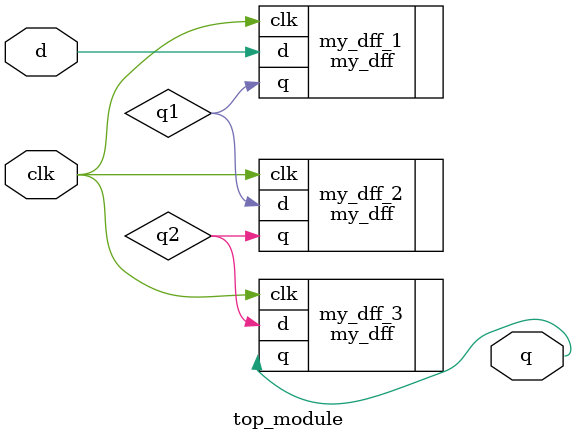
<source format=v>
module top_module ( input clk, input d, output q );

wire q1,q2 ;

my_dff my_dff_1 ( .clk(clk), .d(d), .q(q1) );
my_dff my_dff_2 ( .clk(clk), .d(q1), .q(q2) );
my_dff my_dff_3 ( .clk(clk), .d(q2), .q(q) );

endmodule

</source>
